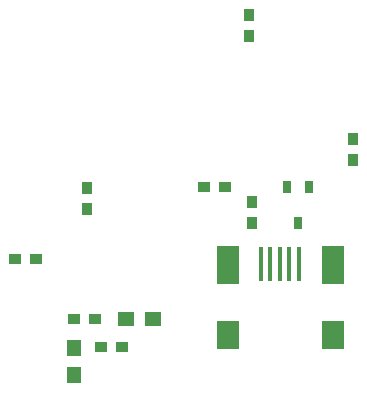
<source format=gbr>
%FSLAX23Y23*%
%MOIN*%
G04 EasyPC Gerber Version 17.0 Build 3379 *
%ADD110R,0.01569X0.11805*%
%ADD105R,0.02750X0.03931*%
%ADD107R,0.03537X0.03891*%
%ADD108R,0.05100X0.05600*%
%ADD111R,0.07474X0.09443*%
%ADD112R,0.07474X0.12592*%
%ADD106R,0.03891X0.03537*%
%ADD109R,0.05600X0.05100*%
X0Y0D02*
D02*
D105*
X3964Y809D03*
X4001Y690D03*
X4038Y809D03*
D02*
D106*
X3055Y568D03*
X3125D03*
X3253Y367D03*
X3323D03*
X3343Y275D03*
X3413D03*
X3688Y807D03*
X3758D03*
D02*
D107*
X3296Y735D03*
Y805D03*
X3838Y1312D03*
Y1382D03*
X3845Y688D03*
Y758D03*
X4184Y897D03*
Y967D03*
D02*
D108*
X3254Y181D03*
Y271D03*
D02*
D109*
X3428Y369D03*
X3518D03*
D02*
D110*
X3877Y551D03*
X3908D03*
X3940D03*
X3971D03*
X4003D03*
D02*
D111*
X3765Y315D03*
X4115D03*
D02*
D112*
X3765Y547D03*
X4115D03*
X0Y0D02*
M02*

</source>
